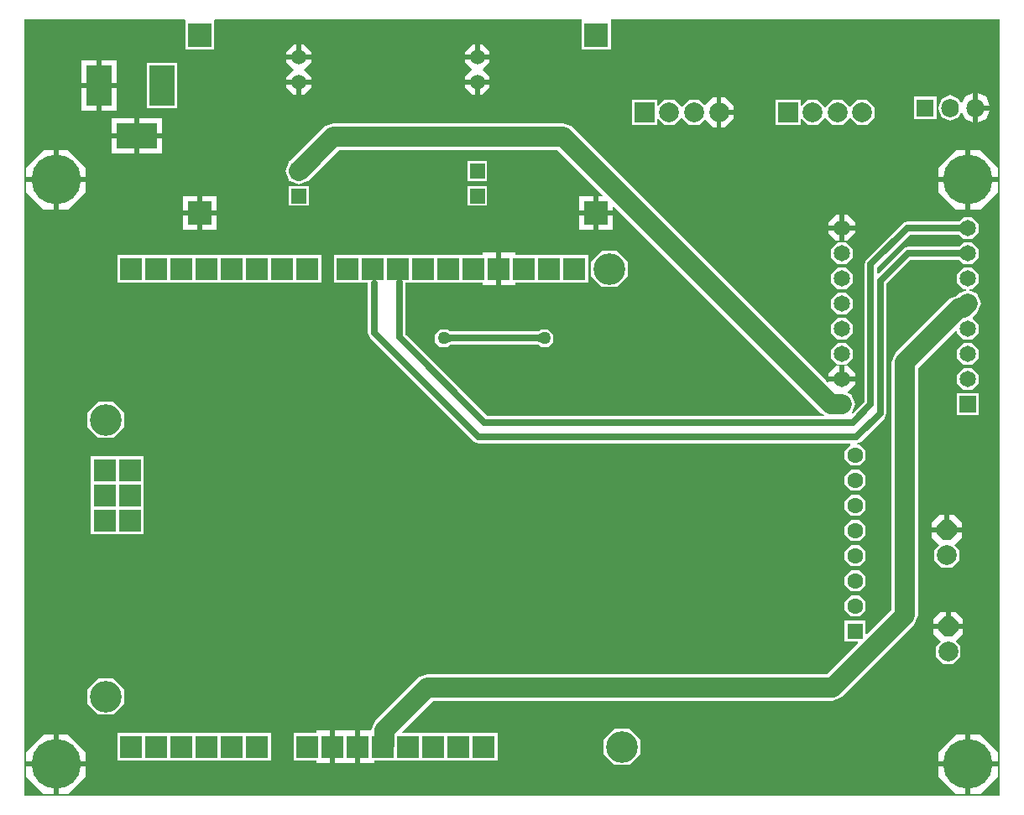
<source format=gbl>
G04*
G04 #@! TF.GenerationSoftware,Altium Limited,Altium Designer,22.10.1 (41)*
G04*
G04 Layer_Physical_Order=2*
G04 Layer_Color=16711680*
%FSLAX24Y24*%
%MOIN*%
G70*
G04*
G04 #@! TF.SameCoordinates,5266F301-D4F6-43A7-B3E8-B4584DB96D65*
G04*
G04*
G04 #@! TF.FilePolarity,Positive*
G04*
G01*
G75*
%ADD36C,0.0276*%
%ADD37C,0.0787*%
%ADD39C,0.1969*%
%ADD40C,0.0197*%
%ADD41R,0.0906X0.0906*%
%ADD42C,0.1260*%
%ADD43O,0.0700X0.0750*%
%ADD44R,0.0700X0.0700*%
%ADD45R,0.0945X0.0945*%
%ADD46R,0.0787X0.0787*%
%ADD47C,0.0787*%
%ADD48R,0.1000X0.1600*%
%ADD49R,0.1600X0.1000*%
%ADD50C,0.0591*%
%ADD51R,0.0591X0.0591*%
%ADD52R,0.0630X0.0630*%
%ADD53C,0.0630*%
%ADD54C,0.0650*%
%ADD55R,0.0650X0.0650*%
%ADD56P,0.0852X8X22.5*%
%ADD57C,0.0500*%
G36*
X51349Y12671D02*
X12621D01*
Y43525D01*
X18990D01*
X19011Y43483D01*
X19011Y43475D01*
Y42339D01*
X20156D01*
Y43475D01*
X20156Y43483D01*
X20177Y43525D01*
X34738D01*
X34759Y43483D01*
X34759Y43475D01*
Y42339D01*
X35904D01*
Y43475D01*
X35904Y43483D01*
X35925Y43525D01*
X51349D01*
Y12671D01*
D02*
G37*
%LPC*%
G36*
X30811Y42517D02*
X30706D01*
Y42124D01*
X31099D01*
Y42229D01*
X30811Y42517D01*
D02*
G37*
G36*
X30509D02*
X30403D01*
X30115Y42229D01*
Y42124D01*
X30509D01*
Y42517D01*
D02*
G37*
G36*
X23724D02*
X23619D01*
Y42124D01*
X24013D01*
Y42229D01*
X23724Y42517D01*
D02*
G37*
G36*
X23422D02*
X23317D01*
X23028Y42229D01*
Y42124D01*
X23422D01*
Y42517D01*
D02*
G37*
G36*
X31099Y41927D02*
X30115D01*
Y41821D01*
X30368Y41568D01*
X30403Y41533D01*
X30368Y41498D01*
X30115Y41245D01*
Y41139D01*
X31099D01*
Y41245D01*
X30846Y41498D01*
X30811Y41533D01*
X30846Y41568D01*
X31099Y41821D01*
Y41927D01*
D02*
G37*
G36*
X24013D02*
X23028D01*
Y41821D01*
X23281Y41568D01*
X23317Y41533D01*
X23281Y41498D01*
X23028Y41245D01*
Y41139D01*
X24013D01*
Y41245D01*
X23760Y41498D01*
X23724Y41533D01*
X23760Y41568D01*
X24013Y41821D01*
Y41927D01*
D02*
G37*
G36*
X16294Y41890D02*
X15696D01*
Y40992D01*
X16294D01*
Y41890D01*
D02*
G37*
G36*
X15499D02*
X14900D01*
Y40992D01*
X15499D01*
Y41890D01*
D02*
G37*
G36*
X31099Y40943D02*
X30706D01*
Y40549D01*
X30811D01*
X31099Y40837D01*
Y40943D01*
D02*
G37*
G36*
X30509D02*
X30115D01*
Y40837D01*
X30403Y40549D01*
X30509D01*
Y40943D01*
D02*
G37*
G36*
X24013D02*
X23619D01*
Y40549D01*
X23724D01*
X24013Y40837D01*
Y40943D01*
D02*
G37*
G36*
X23422D02*
X23028D01*
Y40837D01*
X23317Y40549D01*
X23422D01*
Y40943D01*
D02*
G37*
G36*
X50292Y40584D02*
X49972Y40451D01*
X49863Y40188D01*
X49813D01*
X49735Y40377D01*
X49391Y40520D01*
X49046Y40377D01*
X48903Y40032D01*
Y39982D01*
X49046Y39638D01*
X49391Y39495D01*
X49735Y39638D01*
X49813Y39827D01*
X49863D01*
X49972Y39564D01*
X50292Y39431D01*
Y40007D01*
Y40584D01*
D02*
G37*
G36*
X40105Y40428D02*
X39959D01*
X39643Y40112D01*
X39424Y40331D01*
X39015D01*
X38727Y40044D01*
X38440Y40331D01*
X38031D01*
X37791Y40091D01*
X37744Y40110D01*
Y40331D01*
X36757D01*
Y39344D01*
X37744D01*
Y39564D01*
X37791Y39584D01*
X38031Y39344D01*
X38440D01*
X38727Y39631D01*
X39015Y39344D01*
X39424D01*
X39643Y39563D01*
X39959Y39247D01*
X40105D01*
Y39837D01*
Y40428D01*
D02*
G37*
G36*
X50489Y40584D02*
Y40106D01*
X50952D01*
X50809Y40451D01*
X50489Y40584D01*
D02*
G37*
G36*
X46101Y40331D02*
X45692D01*
X45404Y40044D01*
X45116Y40331D01*
X44707D01*
X44420Y40044D01*
X44132Y40331D01*
X43723D01*
X43483Y40091D01*
X43437Y40110D01*
Y40331D01*
X42450D01*
Y39344D01*
X43437D01*
Y39564D01*
X43483Y39584D01*
X43723Y39344D01*
X44132D01*
X44420Y39631D01*
X44707Y39344D01*
X45116D01*
X45404Y39631D01*
X45692Y39344D01*
X46101D01*
X46390Y39633D01*
Y40042D01*
X46101Y40331D01*
D02*
G37*
G36*
X18697Y41793D02*
X17497D01*
Y39993D01*
X18697D01*
Y41793D01*
D02*
G37*
G36*
X40448Y40428D02*
X40302D01*
Y39936D01*
X40794D01*
Y40082D01*
X40448Y40428D01*
D02*
G37*
G36*
X16294Y40795D02*
X15696D01*
Y39896D01*
X16294D01*
Y40795D01*
D02*
G37*
G36*
X15499D02*
X14900D01*
Y39896D01*
X15499D01*
Y40795D01*
D02*
G37*
G36*
X48841Y40457D02*
X47941D01*
Y39557D01*
X48841D01*
Y40457D01*
D02*
G37*
G36*
X50952Y39909D02*
X50489D01*
Y39431D01*
X50809Y39564D01*
X50952Y39909D01*
D02*
G37*
G36*
X40794Y39739D02*
X40302D01*
Y39247D01*
X40448D01*
X40794Y39593D01*
Y39739D01*
D02*
G37*
G36*
X18094Y39590D02*
X17196D01*
Y38992D01*
X18094D01*
Y39590D01*
D02*
G37*
G36*
X16999D02*
X16100D01*
Y38992D01*
X16999D01*
Y39590D01*
D02*
G37*
G36*
X18094Y38795D02*
X17196D01*
Y38196D01*
X18094D01*
Y38795D01*
D02*
G37*
G36*
X16999D02*
X16100D01*
Y38196D01*
X16999D01*
Y38795D01*
D02*
G37*
G36*
X50585Y38334D02*
X50194D01*
Y37252D01*
X51276D01*
Y37642D01*
X50585Y38334D01*
D02*
G37*
G36*
X49997D02*
X49606D01*
X48914Y37642D01*
Y37252D01*
X49997D01*
Y38334D01*
D02*
G37*
G36*
X14364D02*
X13973D01*
Y37252D01*
X15056D01*
Y37642D01*
X14364Y38334D01*
D02*
G37*
G36*
X13776D02*
X13386D01*
X12694Y37642D01*
Y37252D01*
X13776D01*
Y38334D01*
D02*
G37*
G36*
X31002Y37893D02*
X30212D01*
Y37102D01*
X31002D01*
Y37893D01*
D02*
G37*
G36*
Y36909D02*
X30212D01*
Y36118D01*
X31002D01*
Y36909D01*
D02*
G37*
G36*
X23916D02*
X23125D01*
Y36118D01*
X23916D01*
Y36909D01*
D02*
G37*
G36*
X51276Y37055D02*
X50194D01*
Y35972D01*
X50585D01*
X51276Y36664D01*
Y37055D01*
D02*
G37*
G36*
X49997D02*
X48914D01*
Y36664D01*
X49606Y35972D01*
X49997D01*
Y37055D01*
D02*
G37*
G36*
X15056D02*
X13973D01*
Y35972D01*
X14364D01*
X15056Y36664D01*
Y37055D01*
D02*
G37*
G36*
X13776D02*
X12694D01*
Y36664D01*
X13386Y35972D01*
X13776D01*
Y37055D01*
D02*
G37*
G36*
X35233Y36494D02*
X34662D01*
Y35923D01*
X35233D01*
Y36494D01*
D02*
G37*
G36*
X20253D02*
X19682D01*
Y35923D01*
X20253D01*
Y36494D01*
D02*
G37*
G36*
X19485D02*
X18914D01*
Y35923D01*
X19485D01*
Y36494D01*
D02*
G37*
G36*
X45302Y35761D02*
X45184D01*
Y35338D01*
X45607D01*
Y35456D01*
X45302Y35761D01*
D02*
G37*
G36*
X44987D02*
X44869D01*
X44564Y35456D01*
Y35338D01*
X44987D01*
Y35761D01*
D02*
G37*
G36*
X36001Y35726D02*
X35430D01*
Y35155D01*
X36001D01*
Y35726D01*
D02*
G37*
G36*
X35233D02*
X34662D01*
Y35155D01*
X35233D01*
Y35726D01*
D02*
G37*
G36*
X20253D02*
X19682D01*
Y35155D01*
X20253D01*
Y35726D01*
D02*
G37*
G36*
X19485D02*
X18914D01*
Y35155D01*
X19485D01*
Y35726D01*
D02*
G37*
G36*
X34003Y39410D02*
X24898D01*
X24521Y39253D01*
X23160Y37893D01*
X23125D01*
Y37833D01*
X22986Y37498D01*
X23125Y37162D01*
Y37102D01*
X23185D01*
X23520Y36963D01*
X23856Y37102D01*
X23916D01*
Y37137D01*
X25120Y38341D01*
X33781D01*
X35583Y36540D01*
X35564Y36494D01*
X35430D01*
Y35923D01*
X36001D01*
Y36057D01*
X36047Y36076D01*
X44261Y27862D01*
X44377Y27814D01*
X44367Y27765D01*
X31009D01*
X27764Y31010D01*
Y33061D01*
X30815D01*
Y32964D01*
X31367D01*
Y33614D01*
Y34263D01*
X30815D01*
Y34167D01*
X24912D01*
Y33061D01*
X26237D01*
X26265Y33019D01*
X26265Y33019D01*
Y31051D01*
X26340Y30869D01*
X30474Y26735D01*
X30656Y26660D01*
X45412D01*
X45431Y26610D01*
X45202Y26380D01*
Y26036D01*
X45445Y25793D01*
X45789D01*
X46032Y26036D01*
Y26380D01*
X45789Y26623D01*
X45709D01*
X45699Y26673D01*
X45848Y26735D01*
X46791Y27678D01*
X46867Y27860D01*
Y33019D01*
X47830Y33982D01*
X49742D01*
X49909Y33815D01*
X50261D01*
X50510Y34064D01*
Y34416D01*
X50261Y34665D01*
X49909D01*
X49742Y34497D01*
X47723D01*
X47541Y34422D01*
X46537Y33418D01*
X46491Y33437D01*
Y33677D01*
X47796Y34982D01*
X49742D01*
X49909Y34815D01*
X50261D01*
X50510Y35064D01*
Y35416D01*
X50261Y35665D01*
X49909D01*
X49742Y35497D01*
X47690D01*
X47508Y35422D01*
X46052Y33966D01*
X45976Y33784D01*
Y28329D01*
X45523Y27876D01*
X45481Y27905D01*
X45620Y28240D01*
X45463Y28618D01*
X45321Y28676D01*
X45316Y28733D01*
X45607Y29024D01*
Y29141D01*
X45085D01*
X44564D01*
Y29136D01*
X44518Y29116D01*
X34381Y39253D01*
X34003Y39410D01*
D02*
G37*
G36*
X45607Y35141D02*
X45184D01*
Y34718D01*
X45302D01*
X45607Y35024D01*
Y35141D01*
D02*
G37*
G36*
X44987D02*
X44564D01*
Y35024D01*
X44869Y34718D01*
X44987D01*
Y35141D01*
D02*
G37*
G36*
X45261Y34665D02*
X44909D01*
X44661Y34416D01*
Y34064D01*
X44909Y33815D01*
X45261D01*
X45510Y34064D01*
Y34416D01*
X45261Y34665D01*
D02*
G37*
G36*
X24418Y34167D02*
X16312D01*
Y33061D01*
X24418D01*
Y34167D01*
D02*
G37*
G36*
X32115Y34263D02*
X31563D01*
Y33614D01*
Y32964D01*
X32115D01*
Y33061D01*
X35018D01*
Y34167D01*
X32115D01*
Y34263D01*
D02*
G37*
G36*
X36167Y34344D02*
X35563D01*
X35135Y33916D01*
Y33311D01*
X35563Y32884D01*
X36167D01*
X36595Y33311D01*
Y33916D01*
X36167Y34344D01*
D02*
G37*
G36*
X45261Y33665D02*
X44909D01*
X44661Y33416D01*
Y33064D01*
X44909Y32815D01*
X45261D01*
X45510Y33064D01*
Y33416D01*
X45261Y33665D01*
D02*
G37*
G36*
Y32665D02*
X44909D01*
X44661Y32416D01*
Y32064D01*
X44909Y31815D01*
X45261D01*
X45510Y32064D01*
Y32416D01*
X45261Y32665D01*
D02*
G37*
G36*
X33416Y31211D02*
X33126D01*
X33039Y31124D01*
X33035Y31122D01*
X33028Y31121D01*
X33024Y31119D01*
X33023Y31118D01*
X33022Y31118D01*
X29520D01*
X29520Y31118D01*
X29518Y31119D01*
X29514Y31121D01*
X29507Y31122D01*
X29505Y31123D01*
X29423Y31204D01*
X29133D01*
X28928Y30999D01*
Y30709D01*
X29133Y30504D01*
X29423D01*
X29516Y30597D01*
X29521Y30599D01*
X29528Y30600D01*
X29532Y30602D01*
X29534Y30603D01*
X29534Y30603D01*
X33022D01*
X33023Y30603D01*
X33024Y30603D01*
X33028Y30600D01*
X33035Y30599D01*
X33039Y30598D01*
X33126Y30511D01*
X33416D01*
X33621Y30716D01*
Y31006D01*
X33416Y31211D01*
D02*
G37*
G36*
X50261Y33665D02*
X49909D01*
X49661Y33416D01*
Y33064D01*
X49909Y32815D01*
X50024D01*
X50060Y32782D01*
Y32782D01*
X50060D01*
X50063Y32765D01*
X50061Y32764D01*
X49708Y32618D01*
X49637Y32548D01*
X49369Y32436D01*
X47208Y30275D01*
X47051Y29897D01*
Y20070D01*
X46078Y19097D01*
X46032Y19116D01*
Y19623D01*
X45202D01*
Y18793D01*
X45709D01*
X45728Y18747D01*
X44495Y17514D01*
X28627D01*
X28250Y17358D01*
X26541Y15649D01*
X26384Y15271D01*
Y15263D01*
X25963D01*
Y14614D01*
Y13964D01*
X26515D01*
Y14061D01*
X31418D01*
Y15167D01*
X27635D01*
X27616Y15213D01*
X28849Y16446D01*
X44717D01*
X45095Y16602D01*
X47963Y19471D01*
X48120Y19849D01*
Y29676D01*
X49614Y31171D01*
X49661Y31151D01*
Y31064D01*
X49909Y30815D01*
X50261D01*
X50510Y31064D01*
Y31416D01*
X50294Y31632D01*
X50282Y31680D01*
X50463Y31862D01*
X50620Y32240D01*
X50463Y32618D01*
X50110Y32764D01*
X50108Y32765D01*
X50111Y32782D01*
X50111D01*
Y32782D01*
X50147Y32815D01*
X50261D01*
X50510Y33064D01*
Y33416D01*
X50261Y33665D01*
D02*
G37*
G36*
X45261Y31665D02*
X44909D01*
X44661Y31416D01*
Y31064D01*
X44909Y30815D01*
X45261D01*
X45510Y31064D01*
Y31416D01*
X45261Y31665D01*
D02*
G37*
G36*
X50261Y30665D02*
X49909D01*
X49661Y30416D01*
Y30064D01*
X49909Y29815D01*
X50261D01*
X50510Y30064D01*
Y30416D01*
X50261Y30665D01*
D02*
G37*
G36*
X45261D02*
X44909D01*
X44661Y30416D01*
Y30064D01*
X44909Y29815D01*
X45261D01*
X45510Y30064D01*
Y30416D01*
X45261Y30665D01*
D02*
G37*
G36*
X45302Y29761D02*
X45184D01*
Y29338D01*
X45607D01*
Y29456D01*
X45302Y29761D01*
D02*
G37*
G36*
X44987D02*
X44869D01*
X44564Y29456D01*
Y29338D01*
X44987D01*
Y29761D01*
D02*
G37*
G36*
X50261Y29665D02*
X49909D01*
X49661Y29416D01*
Y29064D01*
X49909Y28815D01*
X50261D01*
X50510Y29064D01*
Y29416D01*
X50261Y29665D01*
D02*
G37*
G36*
X50510Y28665D02*
X49661D01*
Y27815D01*
X50510D01*
Y28665D01*
D02*
G37*
G36*
X16167Y28344D02*
X15563D01*
X15135Y27916D01*
Y27311D01*
X15563Y26884D01*
X16167D01*
X16595Y27311D01*
Y27916D01*
X16167Y28344D01*
D02*
G37*
G36*
X45789Y25623D02*
X45445D01*
X45202Y25380D01*
Y25036D01*
X45445Y24793D01*
X45789D01*
X46032Y25036D01*
Y25380D01*
X45789Y25623D01*
D02*
G37*
G36*
Y24623D02*
X45445D01*
X45202Y24380D01*
Y24036D01*
X45445Y23793D01*
X45789D01*
X46032Y24036D01*
Y24380D01*
X45789Y24623D01*
D02*
G37*
G36*
X49554Y23817D02*
X49357D01*
Y23324D01*
X49849D01*
Y23521D01*
X49554Y23817D01*
D02*
G37*
G36*
X49160D02*
X48963D01*
X48668Y23521D01*
Y23324D01*
X49160D01*
Y23817D01*
D02*
G37*
G36*
X17368Y26167D02*
X15262D01*
Y25061D01*
Y24061D01*
Y23061D01*
X17368D01*
Y24061D01*
Y25061D01*
Y26167D01*
D02*
G37*
G36*
X45789Y23623D02*
X45445D01*
X45202Y23380D01*
Y23036D01*
X45445Y22793D01*
X45789D01*
X46032Y23036D01*
Y23380D01*
X45789Y23623D01*
D02*
G37*
G36*
Y22623D02*
X45445D01*
X45202Y22380D01*
Y22036D01*
X45445Y21793D01*
X45789D01*
X46032Y22036D01*
Y22380D01*
X45789Y22623D01*
D02*
G37*
G36*
X49849Y23128D02*
X48668D01*
Y22931D01*
X48959Y22640D01*
X48765Y22446D01*
Y22037D01*
X49054Y21748D01*
X49463D01*
X49752Y22037D01*
Y22446D01*
X49559Y22640D01*
X49849Y22931D01*
Y23128D01*
D02*
G37*
G36*
X45789Y21623D02*
X45445D01*
X45202Y21380D01*
Y21036D01*
X45445Y20793D01*
X45789D01*
X46032Y21036D01*
Y21380D01*
X45789Y21623D01*
D02*
G37*
G36*
Y20623D02*
X45445D01*
X45202Y20380D01*
Y20036D01*
X45445Y19793D01*
X45789D01*
X46032Y20036D01*
Y20380D01*
X45789Y20623D01*
D02*
G37*
G36*
X49603Y19978D02*
X49406D01*
Y19486D01*
X49898D01*
Y19683D01*
X49603Y19978D01*
D02*
G37*
G36*
X49209D02*
X49013D01*
X48717Y19683D01*
Y19486D01*
X49209D01*
Y19978D01*
D02*
G37*
G36*
X49898Y19289D02*
X48717D01*
Y19092D01*
X49008Y18801D01*
X48814Y18608D01*
Y18199D01*
X49103Y17909D01*
X49512D01*
X49802Y18199D01*
Y18608D01*
X49608Y18801D01*
X49898Y19092D01*
Y19289D01*
D02*
G37*
G36*
X16167Y17344D02*
X15563D01*
X15135Y16916D01*
Y16311D01*
X15563Y15884D01*
X16167D01*
X16595Y16311D01*
Y16916D01*
X16167Y17344D01*
D02*
G37*
G36*
X22418Y15167D02*
X16312D01*
Y14061D01*
X22418D01*
Y15167D01*
D02*
G37*
G36*
X50585Y15106D02*
X50194D01*
Y14023D01*
X51276D01*
Y14414D01*
X50585Y15106D01*
D02*
G37*
G36*
X49997D02*
X49606D01*
X48914Y14414D01*
Y14023D01*
X49997D01*
Y15106D01*
D02*
G37*
G36*
X14364D02*
X13973D01*
Y14023D01*
X15056D01*
Y14414D01*
X14364Y15106D01*
D02*
G37*
G36*
X13776D02*
X13386D01*
X12694Y14414D01*
Y14023D01*
X13776D01*
Y15106D01*
D02*
G37*
G36*
X25767Y15263D02*
X24963D01*
Y14614D01*
Y13964D01*
X25767D01*
Y14614D01*
Y15263D01*
D02*
G37*
G36*
X24767D02*
X24215D01*
Y15167D01*
X23312D01*
Y14061D01*
X24215D01*
Y13964D01*
X24767D01*
Y14614D01*
Y15263D01*
D02*
G37*
G36*
X36667Y15344D02*
X36063D01*
X35635Y14916D01*
Y14311D01*
X36063Y13884D01*
X36667D01*
X37095Y14311D01*
Y14916D01*
X36667Y15344D01*
D02*
G37*
G36*
X51276Y13826D02*
X50194D01*
Y12744D01*
X50585D01*
X51276Y13436D01*
Y13826D01*
D02*
G37*
G36*
X49997D02*
X48914D01*
Y13436D01*
X49606Y12744D01*
X49997D01*
Y13826D01*
D02*
G37*
G36*
X15056D02*
X13973D01*
Y12744D01*
X14364D01*
X15056Y13436D01*
Y13826D01*
D02*
G37*
G36*
X13776D02*
X12694D01*
Y13436D01*
X13386Y12744D01*
X13776D01*
Y13826D01*
D02*
G37*
%LPD*%
G36*
X24371Y37792D02*
X23815Y37204D01*
X23226Y37792D01*
X23238Y37797D01*
X23260Y37814D01*
X23293Y37842D01*
X23613Y38148D01*
X23815Y38348D01*
X24371Y37792D01*
D02*
G37*
G36*
X33092Y30686D02*
X33084Y30693D01*
X33074Y30699D01*
X33061Y30705D01*
X33046Y30709D01*
X33029Y30714D01*
X33010Y30717D01*
X32966Y30721D01*
X32940Y30722D01*
X32912Y30723D01*
Y30998D01*
X32940Y30999D01*
X33010Y31004D01*
X33029Y31008D01*
X33046Y31012D01*
X33061Y31017D01*
X33074Y31022D01*
X33084Y31029D01*
X33092Y31036D01*
Y30686D01*
D02*
G37*
G36*
X29460Y31027D02*
X29471Y31021D01*
X29484Y31016D01*
X29498Y31011D01*
X29515Y31007D01*
X29534Y31004D01*
X29579Y31000D01*
X29605Y30999D01*
X29632Y30998D01*
X29641Y30723D01*
X29614Y30722D01*
X29544Y30717D01*
X29525Y30713D01*
X29508Y30709D01*
X29493Y30704D01*
X29480Y30698D01*
X29470Y30691D01*
X29462Y30684D01*
X29452Y31034D01*
X29460Y31027D01*
D02*
G37*
D36*
X46234Y33784D02*
X47690Y35240D01*
X46609Y33126D02*
X47723Y34240D01*
X46609Y27860D02*
Y33126D01*
X46234Y28223D02*
Y33784D01*
X45518Y27507D02*
X46234Y28223D01*
X45666Y26917D02*
X46609Y27860D01*
X30656Y26917D02*
X45666D01*
X27507Y30903D02*
Y33068D01*
X26522Y31051D02*
Y33019D01*
Y31051D02*
X30656Y26917D01*
X30902Y27507D02*
X45518D01*
X27507Y30903D02*
X30902Y27507D01*
X29285Y30861D02*
X33271D01*
X29278Y30854D02*
X29285Y30861D01*
X47723Y34240D02*
X50085D01*
X47690Y35240D02*
X50085D01*
D37*
X47585Y19849D02*
Y29897D01*
X49746Y32058D01*
X44717Y16980D02*
X47585Y19849D01*
X49746Y32058D02*
X49904D01*
X50085Y32240D01*
X28627Y16980D02*
X44717D01*
X26918Y15271D02*
X28627Y16980D01*
X26918Y14667D02*
Y15271D01*
X26865Y14614D02*
X26918Y14667D01*
X44639Y28240D02*
X45085D01*
X34003Y38876D02*
X44639Y28240D01*
X24898Y38876D02*
X34003D01*
X23520Y37498D02*
X24898Y38876D01*
D39*
X13875Y37153D02*
D03*
Y13925D02*
D03*
X50095D02*
D03*
Y37153D02*
D03*
D40*
X13146Y13689D02*
D03*
X13527Y13243D02*
D03*
X14111Y13196D02*
D03*
X14557Y13577D02*
D03*
X14603Y14161D02*
D03*
X14223Y14607D02*
D03*
X13639Y14653D02*
D03*
X13193Y14273D02*
D03*
X49413D02*
D03*
X49859Y14653D02*
D03*
X50443Y14607D02*
D03*
X50824Y14161D02*
D03*
X50777Y13577D02*
D03*
X50332Y13196D02*
D03*
X49747Y13243D02*
D03*
X49367Y13689D02*
D03*
X49413Y37550D02*
D03*
X49859Y37931D02*
D03*
X50443Y37884D02*
D03*
X50824Y37439D02*
D03*
X50777Y36854D02*
D03*
X50332Y36474D02*
D03*
X49747Y36520D02*
D03*
X49367Y36966D02*
D03*
X13193Y37501D02*
D03*
X13639Y37882D02*
D03*
X14223Y37835D02*
D03*
X14603Y37389D02*
D03*
X14557Y36805D02*
D03*
X14111Y36425D02*
D03*
X13527Y36471D02*
D03*
X13146Y36917D02*
D03*
D41*
X15815Y23614D02*
D03*
X16815D02*
D03*
X15815Y24614D02*
D03*
X16815D02*
D03*
X15815Y25614D02*
D03*
X16815D02*
D03*
X23865Y33614D02*
D03*
X22865D02*
D03*
X21865D02*
D03*
X20865D02*
D03*
X19865D02*
D03*
X18865D02*
D03*
X17865D02*
D03*
X16865D02*
D03*
X34465D02*
D03*
X33465D02*
D03*
X32465D02*
D03*
X31465D02*
D03*
X30465D02*
D03*
X29465D02*
D03*
X28465D02*
D03*
X27465D02*
D03*
X26465D02*
D03*
X25465D02*
D03*
X16865Y14614D02*
D03*
X17865D02*
D03*
X18865D02*
D03*
X19865D02*
D03*
X20865D02*
D03*
X21865D02*
D03*
X23865D02*
D03*
X24865D02*
D03*
X25865D02*
D03*
X26865D02*
D03*
X27865D02*
D03*
X28865D02*
D03*
X29865D02*
D03*
X30865D02*
D03*
D42*
X15865Y27614D02*
D03*
Y16614D02*
D03*
X35865Y33614D02*
D03*
X36365Y14614D02*
D03*
D43*
X49391Y40007D02*
D03*
X50391D02*
D03*
D44*
X48391D02*
D03*
D45*
X19583Y35824D02*
D03*
X35331D02*
D03*
X19583Y42911D02*
D03*
X35331D02*
D03*
D46*
X42943Y39837D02*
D03*
X37251D02*
D03*
D47*
X43928D02*
D03*
X44912D02*
D03*
X45896D02*
D03*
X40204D02*
D03*
X39219D02*
D03*
X38235D02*
D03*
X49259Y22242D02*
D03*
X49308Y18403D02*
D03*
D48*
X18097Y40893D02*
D03*
X15597D02*
D03*
D49*
X17097Y38893D02*
D03*
D50*
X30607Y42025D02*
D03*
Y41041D02*
D03*
X23520Y42025D02*
D03*
Y41041D02*
D03*
D51*
X30607Y37498D02*
D03*
Y36513D02*
D03*
X23520Y37498D02*
D03*
Y36513D02*
D03*
D52*
X45617Y19208D02*
D03*
D53*
Y20208D02*
D03*
Y21208D02*
D03*
Y22208D02*
D03*
Y23208D02*
D03*
Y24208D02*
D03*
Y25208D02*
D03*
Y26208D02*
D03*
D54*
X50085Y31240D02*
D03*
X45085D02*
D03*
X50085Y32240D02*
D03*
Y33240D02*
D03*
Y34240D02*
D03*
Y35240D02*
D03*
Y30240D02*
D03*
Y29240D02*
D03*
X45085Y30240D02*
D03*
Y29240D02*
D03*
Y28240D02*
D03*
Y32240D02*
D03*
Y33240D02*
D03*
Y34240D02*
D03*
Y35240D02*
D03*
D55*
X50085Y28240D02*
D03*
D56*
X49259Y23226D02*
D03*
X49308Y19387D02*
D03*
D57*
X33271Y30861D02*
D03*
X29278Y30854D02*
D03*
M02*

</source>
